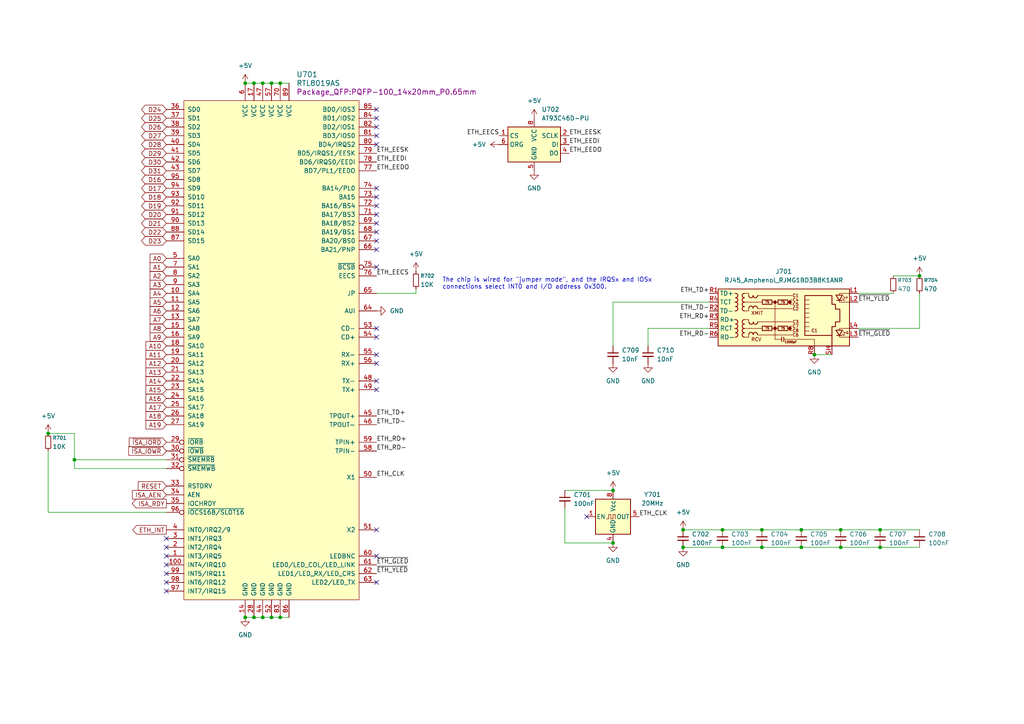
<source format=kicad_sch>
(kicad_sch (version 20250114) (generator "eeschema") (generator_version "9.0")
  (paper "A4")
  (lib_symbols
    (symbol "Connector:RJ45_Amphenol_RJMG1BD3B8K1ANR"
      (property "Reference" "J" (at 18.415 10.16 0))
      (property "Value" "RJ45_Amphenol_RJMG1BD3B8K1ANR" (at -19.05 10.16 0))
      (symbol "RJ45_Amphenol_RJMG1BD3B8K1ANR_0_0"
        (circle (center -1.27 5.08) (radius 0.0001) (stroke (width 0.508)))
        (polyline (pts (xy -1.27 5.08) (xy -1.27 -5.715)))
        (circle (center -1.27 -2.54) (radius 0.0001) (stroke (width 0.508)))
        (polyline (pts (xy 0.635 -5.08) (xy 0.635 -6.35)) (stroke (width 0.254)))
        (polyline (pts (xy 1.27 -5.08) (xy 1.27 -6.35)) (stroke (width 0.254)))
        (polyline (pts (xy 3.048 5.08) (xy 2.54 5.08)))
        (circle (center 3.048 5.08) (radius 0.0001) (stroke (width 0.508)))
        (polyline (pts (xy 3.048 -2.54) (xy 2.54 -2.54)))
        (circle (center 3.048 -2.54) (radius 0.0001) (stroke (width 0.508)))
        (polyline (pts (xy 3.683 5.715) (xy 3.048 5.715) (xy 3.048 4.445) (xy 3.683 4.445)))
        (polyline (pts (xy 3.683 -1.905) (xy 3.048 -1.905) (xy 3.048 -3.175) (xy 3.683 -3.175)))
        (polyline (pts (xy 17.399 7.112) (xy 17.399 7.62) (xy 20.32 7.62)))
        (polyline (pts (xy 17.399 -3.048) (xy 17.399 -2.54) (xy 20.32 -2.54)))
        (polyline (pts (xy 20.32 5.08) (xy 17.399 5.08) (xy 17.399 5.588)))
        (polyline (pts (xy 20.32 -5.08) (xy 17.399 -5.08) (xy 17.399 -4.572)))
        (text "XMIT" (at -8.255 1.905 0) (effects (font (size 1.016 1.016)) (justify left)))
        (text "RCV" (at -8.255 -5.715 0) (effects (font (size 1.016 1.016)) (justify left)))
        (text "C1" (at 4.699 6.985 0) (effects (font (size 0.889 0.889))))
        (text "C4" (at 4.699 5.715 0) (effects (font (size 0.889 0.889))))
        (text "C5" (at 4.699 4.445 0) (effects (font (size 0.889 0.889))))
        (text "C2" (at 4.699 3.175 0) (effects (font (size 0.889 0.889))))
        (text "C3" (at 4.699 -0.635 0) (effects (font (size 0.889 0.889))))
        (text "C7" (at 4.699 -1.905 0) (effects (font (size 0.889 0.889))))
        (text "C8" (at 4.699 -3.175 0) (effects (font (size 0.889 0.889))))
        (text "C6" (at 4.699 -4.445 0) (effects (font (size 0.889 0.889))))
        (text "C1" (at 10.16 -3.175 0) (effects (font (size 0.889 0.889))))
      )
      (symbol "RJ45_Amphenol_RJMG1BD3B8K1ANR_0_1"
        (rectangle (start -17.78 8.89) (end 20.32 -7.62) (stroke (width 0.254)) (fill (type background)))
        (polyline (pts (xy -12.7 7.62) (xy -13.081 7.62)))
        (polyline (pts (xy -12.7 5.08) (xy -13.081 5.08)))
        (polyline (pts (xy -12.7 2.54) (xy -13.081 2.54)))
        (polyline (pts (xy -12.7 0) (xy -13.081 0)))
        (polyline (pts (xy -12.7 -2.54) (xy -13.081 -2.54)))
        (polyline (pts (xy -12.7 -5.08) (xy -13.081 -5.08)))
        (polyline (pts (xy -10.16 7.62) (xy -8.89 7.62) (xy -8.89 6.985)))
        (polyline (pts (xy -10.16 0) (xy -8.89 0) (xy -8.89 -0.635)))
        (polyline (pts (xy -8.89 3.175) (xy -8.89 2.54) (xy -10.16 2.54)))
        (polyline (pts (xy -8.89 -4.445) (xy -8.89 -5.08) (xy -10.16 -5.08)))
        (polyline (pts (xy -6.35 6.985) (xy 3.683 6.985)))
        (polyline (pts (xy -6.35 3.175) (xy 3.683 3.175)))
        (polyline (pts (xy -6.35 -4.445) (xy 3.683 -4.445)))
        (polyline (pts (xy -6.223 -0.635) (xy 3.683 -0.635)))
        (polyline (pts (xy -5.08 -2.54) (xy -10.16 -2.54)))
        (polyline (pts (xy -4.953 5.08) (xy -10.16 5.08)))
        (polyline (pts (xy -2.159 5.08) (xy -0.381 5.08)))
        (polyline (pts (xy -2.159 -2.54) (xy -0.381 -2.54)))
        (polyline (pts (xy 0.635 -5.715) (xy -1.27 -5.715)))
        (polyline (pts (xy 7.366 3.175) (xy 8.636 3.175)))
        (polyline (pts (xy 7.366 1.905) (xy 8.636 1.905)))
        (polyline (pts (xy 7.366 0.635) (xy 8.636 0.635)))
        (polyline (pts (xy 7.366 -0.762) (xy 8.636 -0.762)))
        (polyline (pts (xy 7.366 -2.032) (xy 8.636 -2.032)))
        (polyline (pts (xy 8.636 5.715) (xy 7.366 5.715)))
        (polyline (pts (xy 8.636 4.445) (xy 7.366 4.445)))
        (polyline (pts (xy 8.636 -3.302) (xy 7.366 -3.302)))
        (polyline (pts (xy 10.16 -5.715) (xy 1.27 -5.715)))
        (polyline (pts (xy 10.16 -5.715) (xy 10.16 -7.62)))
      )
      (symbol "RJ45_Amphenol_RJMG1BD3B8K1ANR_1_0"
        (text "1000pF" (at 3.302 -6.477 0) (effects (font (size 0.635 0.635))))
      )
      (symbol "RJ45_Amphenol_RJMG1BD3B8K1ANR_1_1"
        (arc (start -12.7 0) (mid -12.0677 -0.635) (end -12.7 -1.27) (stroke (width 0.254)))
        (arc (start -12.6973 7.62) (mid -12.065 6.985) (end -12.6973 6.35) (stroke (width 0.254)))
        (arc (start -12.6973 -1.27) (mid -12.065 -1.905) (end -12.6973 -2.54) (stroke (width 0.254)))
        (arc (start -12.6973 -2.54) (mid -12.065 -3.175) (end -12.6973 -3.81) (stroke (width 0.254)))
        (arc (start -12.6973 -3.81) (mid -12.065 -4.445) (end -12.6973 -5.08) (stroke (width 0.254)))
        (arc (start -12.6946 6.35) (mid -12.0623 5.715) (end -12.6946 5.08) (stroke (width 0.254)))
        (arc (start -12.6946 5.08) (mid -12.0623 4.445) (end -12.6946 3.81) (stroke (width 0.254)))
        (arc (start -12.6946 3.81) (mid -12.0623 3.175) (end -12.6946 2.54) (stroke (width 0.254)))
        (arc (start -10.1654 6.35) (mid -10.7977 6.985) (end -10.1654 7.62) (stroke (width 0.254)))
        (arc (start -10.1654 5.08) (mid -10.7977 5.715) (end -10.1654 6.35) (stroke (width 0.254)))
        (arc (start -10.1654 3.81) (mid -10.7977 4.445) (end -10.1654 5.08) (stroke (width 0.254)))
        (arc (start -10.1654 -1.27) (mid -10.7977 -0.635) (end -10.1654 0) (stroke (width 0.254)))
        (arc (start -10.1654 -2.54) (mid -10.7977 -1.905) (end -10.1654 -1.27) (stroke (width 0.254)))
        (arc (start -10.1654 -3.81) (mid -10.7977 -3.175) (end -10.1654 -2.54) (stroke (width 0.254)))
        (arc (start -10.1627 2.54) (mid -10.795 3.175) (end -10.1627 3.81) (stroke (width 0.254)))
        (arc (start -10.1627 -5.08) (mid -10.795 -4.445) (end -10.1627 -3.81) (stroke (width 0.254)))
        (arc (start -7.62 6.9823) (mid -8.255 6.35) (end -8.89 6.9823) (stroke (width 0.254)))
        (arc (start -8.89 3.3047) (mid -8.255 3.937) (end -7.62 3.3047) (stroke (width 0.254)))
        (arc (start -8.89 -4.3153) (mid -8.255 -3.683) (end -7.62 -4.3153) (stroke (width 0.254)))
        (arc (start -7.5565 -0.7012) (mid -8.1915 -1.3335) (end -8.8265 -0.7012) (stroke (width 0.254)))
        (arc (start -6.35 6.985) (mid -6.985 6.3527) (end -7.62 6.985) (stroke (width 0.254)))
        (arc (start -7.62 3.3074) (mid -6.985 3.9397) (end -6.35 3.3074) (stroke (width 0.254)))
        (arc (start -7.62 -4.3126) (mid -6.985 -3.6803) (end -6.35 -4.3126) (stroke (width 0.254)))
        (arc (start -6.2865 -0.6985) (mid -6.9215 -1.3308) (end -7.5565 -0.6985) (stroke (width 0.254)))
        (rectangle (start -4.953 5.715) (end -2.159 4.445) (stroke (width 0.254)))
        (rectangle (start -4.953 -1.905) (end -2.159 -3.175) (stroke (width 0.254)))
        (rectangle (start -0.381 5.715) (end 2.413 4.445) (stroke (width 0.254)))
        (rectangle (start -0.381 -1.905) (end 2.413 -3.175) (stroke (width 0.254)))
        (polyline (pts (xy 7.366 -4.572) (xy 7.366 6.985) (xy 15.24 6.985) (xy 15.24 4.445) (xy 16.256 4.445) (xy 16.256 3.048) (xy 17.526 3.048) (xy 17.526 -0.635) (xy 16.256 -0.635) (xy 16.256 -2.032) (xy 15.24 -2.032) (xy 15.24 -4.572) (xy 7.366 -4.572)) (stroke (width 0.254)))
        (polyline (pts (xy 15.24 -7.62) (xy 15.24 -4.572)) (stroke (width 0.254)))
        (polyline (pts (xy 18.161 5.588) (xy 16.637 5.588)) (stroke (width 0.254)))
        (polyline (pts (xy 18.161 -4.572) (xy 16.637 -4.572)) (stroke (width 0.254)))
        (polyline (pts (xy 18.288 7.112) (xy 16.383 7.112) (xy 17.399 5.588) (xy 18.288 7.112)) (stroke (width 0.254)))
        (polyline (pts (xy 18.288 6.096) (xy 18.796 5.588) (xy 18.542 5.588)))
        (polyline (pts (xy 18.288 -3.048) (xy 16.383 -3.048) (xy 17.399 -4.572) (xy 18.288 -3.048)) (stroke (width 0.254)))
        (polyline (pts (xy 18.288 -4.064) (xy 18.796 -4.572) (xy 18.542 -4.572)))
        (polyline (pts (xy 18.542 6.731) (xy 19.05 6.223) (xy 18.796 6.223)))
        (polyline (pts (xy 18.542 -3.429) (xy 19.05 -3.937) (xy 18.796 -3.937)))
        (polyline (pts (xy 18.796 5.588) (xy 18.796 5.842)))
        (polyline (pts (xy 18.796 -4.572) (xy 18.796 -4.318)))
        (polyline (pts (xy 19.05 6.223) (xy 19.05 6.477)))
        (polyline (pts (xy 19.05 -3.937) (xy 19.05 -3.683)))
        (text "75" (at -3.556 5.08 0) (effects (font (size 0.635 0.635))))
        (text "75" (at -3.556 -2.54 0) (effects (font (size 0.635 0.635))))
        (text "75" (at 1.016 5.08 0) (effects (font (size 0.635 0.635))))
        (text "75" (at 1.016 -2.54 0) (effects (font (size 0.635 0.635))))
        (text "Y" (at 19.558 6.35 0) (effects (font (size 0.635 0.635))))
        (text "G" (at 19.685 -3.81 0) (effects (font (size 0.635 0.635))))
        (pin passive line (at -20.32 7.62 0) (length 2.54) (name "TD+") (number "R1"))
        (pin passive line (at -20.32 5.08 0) (length 2.54) (name "TCT") (number "R4"))
        (pin passive line (at -20.32 2.54 0) (length 2.54) (name "TD-") (number "R2"))
        (pin passive line (at -20.32 0 0) (length 2.54) (name "RD+") (number "R3"))
        (pin passive line (at -20.32 -2.54 0) (length 2.54) (name "RCT") (number "R5"))
        (pin passive line (at -20.32 -5.08 0) (length 2.54) (name "RD-") (number "R6"))
        (pin power_in line (at 10.16 -10.16 90) (length 2.54) (name "") (number "R8"))
        (pin passive line (at 15.24 -10.16 90) (length 2.54) (name "") (number "SH"))
        (pin no_connect line (at 20.32 0 0) (length 0) (hide yes) (name "NC") (number "R7"))
        (pin passive line (at 22.86 7.62 180) (length 2.54) (name "") (number "L1"))
        (pin passive line (at 22.86 5.08 180) (length 2.54) (name "") (number "L2"))
        (pin passive line (at 22.86 -2.54 180) (length 2.54) (name "") (number "L4"))
        (pin passive line (at 22.86 -5.08 180) (length 2.54) (name "") (number "L3"))
      )
    )
    (symbol "Device:C_Small" (pin_numbers (hide yes)) (pin_names (offset 0.254) (hide yes))
      (property "Reference" "C" (at 0.254 1.778 0))
      (property "Value" "C_Small" (at 0.254 -2.032 0))
      (symbol "C_Small_0_1"
        (polyline (pts (xy -1.524 0.508) (xy 1.524 0.508)) (stroke (width 0.3048)))
        (polyline (pts (xy -1.524 -0.508) (xy 1.524 -0.508)) (stroke (width 0.3302)))
      )
      (symbol "C_Small_1_1"
        (pin passive line (at 0 2.54 270) (length 2.032) (name "~") (number "1"))
        (pin passive line (at 0 -2.54 90) (length 2.032) (name "~") (number "2"))
      )
    )
    (symbol "Device:R_Small" (pin_numbers (hide yes)) (pin_names (offset 0.254) (hide yes))
      (property "Reference" "R" (at 0 0 90))
      (property "Value" "R_Small" (at 1.778 0 90))
      (symbol "R_Small_0_1"
        (rectangle (start -0.762 1.778) (end 0.762 -1.778) (stroke (width 0.2032)))
      )
      (symbol "R_Small_1_1"
        (pin passive line (at 0 2.54 270) (length 0.762) (name "~") (number "1"))
        (pin passive line (at 0 -2.54 90) (length 0.762) (name "~") (number "2"))
      )
    )
    (symbol "Memory_EEPROM:93CxxC"
      (property "Reference" "U" (at -7.62 6.35 0))
      (property "Value" "93CxxC" (at 2.54 -6.35 0))
      (symbol "93CxxC_1_1"
        (rectangle (start -7.62 5.08) (end 7.62 -5.08) (stroke (width 0.254)) (fill (type background)))
        (pin input line (at -10.16 2.54 0) (length 2.54) (name "CS") (number "1"))
        (pin input line (at -10.16 0 0) (length 2.54) (name "ORG") (number "6"))
        (pin no_connect line (at -7.62 -2.54 0) (length 2.54) (hide yes) (name "NC") (number "7"))
        (pin power_in line (at 0 7.62 270) (length 2.54) (name "VCC") (number "8"))
        (pin power_in line (at 0 -7.62 90) (length 2.54) (name "GND") (number "5"))
        (pin input line (at 10.16 2.54 180) (length 2.54) (name "SCLK") (number "2"))
        (pin input line (at 10.16 0 180) (length 2.54) (name "DI") (number "3"))
        (pin tri_state line (at 10.16 -2.54 180) (length 2.54) (name "DO") (number "4"))
      )
    )
    (symbol "Oscillator:CXO_DIP8" (pin_names (offset 0.254))
      (property "Reference" "Y" (at -5.08 6.35 0))
      (property "Value" "CXO_DIP8" (at 1.27 -6.35 0))
      (symbol "CXO_DIP8_0_1"
        (rectangle (start -5.08 5.08) (end 5.08 -5.08) (stroke (width 0.254)) (fill (type background)))
        (polyline (pts (xy -1.905 -0.635) (xy -1.27 -0.635) (xy -1.27 0.635) (xy -0.635 0.635) (xy -0.635 -0.635) (xy 0 -0.635) (xy 0 0.635) (xy 0.635 0.635) (xy 0.635 -0.635)))
      )
      (symbol "CXO_DIP8_1_1"
        (pin input line (at -7.62 0 0) (length 2.54) (name "EN") (number "1"))
        (pin power_in line (at 0 7.62 270) (length 2.54) (name "Vcc") (number "8"))
        (pin power_in line (at 0 -7.62 90) (length 2.54) (name "GND") (number "4"))
        (pin output line (at 7.62 0 180) (length 2.54) (name "OUT") (number "5"))
      )
    )
    (symbol "jrt-ICs:RTL8019AS" (pin_names (offset 1.016))
      (property "Reference" "U" (at -25.4 73.66 0))
      (property "Value" "RTL8019AS" (at 10.922 75.946 0))
      (property "Footprint" "Package_QFP:PQFP-100_14x20mm_P0.65mm" (at 0 13.97 0))
      (symbol "RTL8019AS_0_1"
        (rectangle (start -25.4 72.39) (end 25.4 -72.39) (fill (type background)))
      )
      (symbol "RTL8019AS_1_1"
        (pin bidirectional line (at -30.48 69.85 0) (length 5.08) (name "SD0") (number "36"))
        (pin bidirectional line (at -30.48 67.31 0) (length 5.08) (name "SD1") (number "37"))
        (pin bidirectional line (at -30.48 64.77 0) (length 5.08) (name "SD2") (number "38"))
        (pin bidirectional line (at -30.48 62.23 0) (length 5.08) (name "SD3") (number "39"))
        (pin bidirectional line (at -30.48 59.69 0) (length 5.08) (name "SD4") (number "40"))
        (pin bidirectional line (at -30.48 57.15 0) (length 5.08) (name "SD5") (number "41"))
        (pin bidirectional line (at -30.48 54.61 0) (length 5.08) (name "SD6") (number "42"))
        (pin bidirectional line (at -30.48 52.07 0) (length 5.08) (name "SD7") (number "43"))
        (pin bidirectional line (at -30.48 49.53 0) (length 5.08) (name "SD8") (number "95"))
        (pin bidirectional line (at -30.48 46.99 0) (length 5.08) (name "SD9") (number "94"))
        (pin bidirectional line (at -30.48 44.45 0) (length 5.08) (name "SD10") (number "93"))
        (pin bidirectional line (at -30.48 41.91 0) (length 5.08) (name "SD11") (number "92"))
        (pin bidirectional line (at -30.48 39.37 0) (length 5.08) (name "SD12") (number "91"))
        (pin bidirectional line (at -30.48 36.83 0) (length 5.08) (name "SD13") (number "90"))
        (pin bidirectional line (at -30.48 34.29 0) (length 5.08) (name "SD14") (number "88"))
        (pin bidirectional line (at -30.48 31.75 0) (length 5.08) (name "SD15") (number "87"))
        (pin input line (at -30.48 26.67 0) (length 5.08) (name "SA0") (number "5"))
        (pin input line (at -30.48 24.13 0) (length 5.08) (name "SA1") (number "7"))
        (pin input line (at -30.48 21.59 0) (length 5.08) (name "SA2") (number "8"))
        (pin input line (at -30.48 19.05 0) (length 5.08) (name "SA3") (number "9"))
        (pin input line (at -30.48 16.51 0) (length 5.08) (name "SA4") (number "10"))
        (pin input line (at -30.48 13.97 0) (length 5.08) (name "SA5") (number "11"))
        (pin input line (at -30.48 11.43 0) (length 5.08) (name "SA6") (number "12"))
        (pin input line (at -30.48 8.89 0) (length 5.08) (name "SA7") (number "13"))
        (pin input line (at -30.48 6.35 0) (length 5.08) (name "SA8") (number "15"))
        (pin input line (at -30.48 3.81 0) (length 5.08) (name "SA9") (number "16"))
        (pin input line (at -30.48 1.27 0) (length 5.08) (name "SA10") (number "18"))
        (pin input line (at -30.48 -1.27 0) (length 5.08) (name "SA11") (number "19"))
        (pin input line (at -30.48 -3.81 0) (length 5.08) (name "SA12") (number "20"))
        (pin input line (at -30.48 -6.35 0) (length 5.08) (name "SA13") (number "21"))
        (pin input line (at -30.48 -8.89 0) (length 5.08) (name "SA14") (number "22"))
        (pin input line (at -30.48 -11.43 0) (length 5.08) (name "SA15") (number "23"))
        (pin input line (at -30.48 -13.97 0) (length 5.08) (name "SA16") (number "24"))
        (pin input line (at -30.48 -16.51 0) (length 5.08) (name "SA17") (number "25"))
        (pin input line (at -30.48 -19.05 0) (length 5.08) (name "SA18") (number "26"))
        (pin input line (at -30.48 -21.59 0) (length 5.08) (name "SA19") (number "27"))
        (pin input inverted (at -30.48 -26.67 0) (length 5.08) (name "~{IORB}") (number "29"))
        (pin input inverted (at -30.48 -29.21 0) (length 5.08) (name "~{IOWB}") (number "30"))
        (pin input inverted (at -30.48 -31.75 0) (length 5.08) (name "~{SMEMRB}") (number "31"))
        (pin input inverted (at -30.48 -34.29 0) (length 5.08) (name "~{SMEMWB}") (number "32"))
        (pin input line (at -30.48 -39.37 0) (length 5.08) (name "RSTDRV") (number "33"))
        (pin input line (at -30.48 -41.91 0) (length 5.08) (name "AEN") (number "34"))
        (pin open_collector line (at -30.48 -44.45 0) (length 5.08) (name "IOCHRDY") (number "35"))
        (pin open_collector inverted (at -30.48 -46.99 0) (length 5.08) (name "~{IOCS16B/SLOT16}") (number "96"))
        (pin output line (at -30.48 -52.07 0) (length 5.08) (name "INT0/IRQ2/9") (number "4"))
        (pin output line (at -30.48 -54.61 0) (length 5.08) (name "INT1/IRQ3") (number "3"))
        (pin output line (at -30.48 -57.15 0) (length 5.08) (name "INT2/IRQ4") (number "2"))
        (pin output line (at -30.48 -59.69 0) (length 5.08) (name "INT3/IRQ5") (number "1"))
        (pin output line (at -30.48 -62.23 0) (length 5.08) (name "INT4/IRQ10") (number "100"))
        (pin output line (at -30.48 -64.77 0) (length 5.08) (name "INT5/IRQ11") (number "99"))
        (pin output line (at -30.48 -67.31 0) (length 5.08) (name "INT6/IRQ12") (number "98"))
        (pin output line (at -30.48 -69.85 0) (length 5.08) (name "INT7/IRQ15") (number "97"))
        (pin power_in line (at -7.62 77.47 270) (length 5.0292) (name "VCC") (number "6"))
        (pin power_in line (at -7.62 -77.47 90) (length 5.08) (name "GND") (number "14"))
        (pin power_in line (at -5.08 77.47 270) (length 5.08) (name "VCC") (number "17"))
        (pin power_in line (at -5.08 -77.47 90) (length 5.08) (name "GND") (number "28"))
        (pin power_in line (at -2.54 77.47 270) (length 5.08) (name "VCC") (number "47"))
        (pin power_in line (at -2.54 -77.47 90) (length 5.08) (name "GND") (number "44"))
        (pin power_in line (at 0 77.47 270) (length 5.08) (name "VCC") (number "57"))
        (pin power_in line (at 0 -77.47 90) (length 5.08) (name "GND") (number "52"))
        (pin power_in line (at 2.54 77.47 270) (length 5.08) (name "VCC") (number "70"))
        (pin power_in line (at 2.54 -77.47 90) (length 5.08) (name "GND") (number "83"))
        (pin power_in line (at 5.08 77.47 270) (length 5.08) (name "VCC") (number "89"))
        (pin power_in line (at 5.08 -77.47 90) (length 5.08) (name "GND") (number "86"))
        (pin bidirectional line (at 30.48 69.85 180) (length 5.08) (name "BD0/IOS3") (number "85"))
        (pin bidirectional line (at 30.48 67.31 180) (length 5.08) (name "BD1/IOS2") (number "84"))
        (pin bidirectional line (at 30.48 64.77 180) (length 5.08) (name "BD2/IOS1") (number "82"))
        (pin bidirectional line (at 30.48 62.23 180) (length 5.08) (name "BD3/IOS0") (number "81"))
        (pin bidirectional line (at 30.48 59.69 180) (length 5.08) (name "BD4/IRQS2") (number "80"))
        (pin bidirectional line (at 30.48 57.15 180) (length 5.08) (name "BD5/IRQS1/EESK") (number "79"))
        (pin bidirectional line (at 30.48 54.61 180) (length 5.08) (name "BD6/IRQS0/EEDI") (number "78"))
        (pin bidirectional line (at 30.48 52.07 180) (length 5.08) (name "BD7/PL1/EEDO") (number "77"))
        (pin bidirectional line (at 30.48 46.99 180) (length 5.08) (name "BA14/PL0") (number "74"))
        (pin output line (at 30.48 44.45 180) (length 5.08) (name "BA15") (number "73"))
        (pin bidirectional line (at 30.48 41.91 180) (length 5.08) (name "BA16/BS4") (number "72"))
        (pin bidirectional line (at 30.48 39.37 180) (length 5.08) (name "BA17/BS3") (number "71"))
        (pin bidirectional line (at 30.48 36.83 180) (length 5.08) (name "BA18/BS2") (number "69"))
        (pin bidirectional line (at 30.48 34.29 180) (length 5.08) (name "BA19/BS1") (number "68"))
        (pin bidirectional line (at 30.48 31.75 180) (length 5.08) (name "BA20/BS0") (number "67"))
        (pin bidirectional line (at 30.48 29.21 180) (length 5.08) (name "BA21/PNP") (number "66"))
        (pin output inverted (at 30.48 24.13 180) (length 5.08) (name "~{BCSB}") (number "75"))
        (pin output line (at 30.48 21.59 180) (length 5.08) (name "EECS") (number "76"))
        (pin input line (at 30.48 16.51 180) (length 5.08) (name "JP") (number "65"))
        (pin input line (at 30.48 11.43 180) (length 5.08) (name "AUI") (number "64"))
        (pin input line (at 30.48 6.35 180) (length 5.08) (name "CD-") (number "53"))
        (pin input line (at 30.48 3.81 180) (length 5.08) (name "CD+") (number "54"))
        (pin input line (at 30.48 -1.27 180) (length 5.08) (name "RX-") (number "55"))
        (pin input line (at 30.48 -3.81 180) (length 5.08) (name "RX+") (number "56"))
        (pin output line (at 30.48 -8.89 180) (length 5.08) (name "TX-") (number "48"))
        (pin output line (at 30.48 -11.43 180) (length 5.08) (name "TX+") (number "49"))
        (pin output line (at 30.48 -19.05 180) (length 5.08) (name "TPOUT+") (number "45"))
        (pin output line (at 30.48 -21.59 180) (length 5.08) (name "TPOUT-") (number "46"))
        (pin input line (at 30.48 -26.67 180) (length 5.08) (name "TPIN+") (number "59"))
        (pin input line (at 30.48 -29.21 180) (length 5.08) (name "TPIN-") (number "58"))
        (pin input line (at 30.48 -36.83 180) (length 5.08) (name "X1") (number "50"))
        (pin output line (at 30.48 -52.07 180) (length 5.08) (name "X2") (number "51"))
        (pin output line (at 30.48 -59.69 180) (length 5.08) (name "LEDBNC") (number "60"))
        (pin output line (at 30.48 -62.23 180) (length 5.08) (name "LED0/LED_COL/LED_LINK") (number "61"))
        (pin output line (at 30.48 -64.77 180) (length 5.08) (name "LED1/LED_RX/LED_CRS") (number "62"))
        (pin output line (at 30.48 -67.31 180) (length 5.08) (name "LED2/LED_TX") (number "63"))
      )
    )
    (symbol "power:+5V" (power) (pin_numbers (hide yes)) (pin_names (offset 0) (hide yes))
      (property "Value" "+5V" (at 0 3.556 0))
      (symbol "+5V_0_1"
        (polyline (pts (xy -0.762 1.27) (xy 0 2.54)))
        (polyline (pts (xy 0 2.54) (xy 0.762 1.27)))
        (polyline (pts (xy 0 0) (xy 0 2.54)))
      )
      (symbol "+5V_1_1"
        (pin power_in line (at 0 0 90) (length 0) (name "~") (number "1"))
      )
    )
    (symbol "power:GND" (power) (pin_numbers (hide yes)) (pin_names (offset 0) (hide yes))
      (property "Value" "GND" (at 0 -3.81 0))
      (symbol "GND_0_1"
        (polyline (pts (xy 0 0) (xy 0 -1.27) (xy 1.27 -1.27) (xy 0 -2.54) (xy -1.27 -1.27) (xy 0 -1.27)))
      )
      (symbol "GND_1_1"
        (pin power_in line (at 0 0 270) (length 0) (name "~") (number "1"))
      )
    )
  )
  (text "The chip is wired for \"jumper mode\", and the IRQSx and IOSx\nconnections select INT0 and I/O address 0x300." (at 128.27 82.296 0) (effects (font (size 1.27 1.27)) (justify left)))
  (junction (at 177.8 142.24))
  (junction (at 266.7 80.01))
  (junction (at 209.55 158.75))
  (junction (at 73.66 24.13))
  (junction (at 243.84 158.75))
  (junction (at 81.28 179.07))
  (junction (at 198.12 158.75))
  (junction (at 255.27 158.75))
  (junction (at 232.41 158.75))
  (junction (at 81.28 24.13))
  (junction (at 21.59 133.35))
  (junction (at 13.97 125.73))
  (junction (at 76.2 24.13))
  (junction (at 71.12 179.07))
  (junction (at 198.12 153.67))
  (junction (at 243.84 153.67))
  (junction (at 232.41 153.67))
  (junction (at 177.8 157.48))
  (junction (at 220.98 153.67))
  (junction (at 255.27 153.67))
  (junction (at 220.98 158.75))
  (junction (at 236.22 102.87))
  (junction (at 209.55 153.67))
  (junction (at 73.66 179.07))
  (junction (at 76.2 179.07))
  (junction (at 71.12 24.13))
  (junction (at 78.74 24.13))
  (junction (at 78.74 179.07))
  (no_connect (at 109.22 34.29))
  (no_connect (at 109.22 105.41))
  (no_connect (at 48.26 168.91))
  (no_connect (at 109.22 69.85))
  (no_connect (at 109.22 110.49))
  (no_connect (at 48.26 163.83))
  (no_connect (at 48.26 156.21))
  (no_connect (at 109.22 95.25))
  (no_connect (at 109.22 36.83))
  (no_connect (at 109.22 168.91))
  (no_connect (at 109.22 72.39))
  (no_connect (at 170.18 149.86))
  (no_connect (at 109.22 59.69))
  (no_connect (at 109.22 31.75))
  (no_connect (at 109.22 161.29))
  (no_connect (at 109.22 41.91))
  (no_connect (at 109.22 153.67))
  (no_connect (at 109.22 57.15))
  (no_connect (at 109.22 39.37))
  (no_connect (at 109.22 62.23))
  (no_connect (at 109.22 102.87))
  (no_connect (at 109.22 97.79))
  (no_connect (at 48.26 161.29))
  (no_connect (at 48.26 166.37))
  (no_connect (at 48.26 158.75))
  (no_connect (at 109.22 67.31))
  (no_connect (at 109.22 64.77))
  (no_connect (at 48.26 171.45))
  (no_connect (at 109.22 54.61))
  (no_connect (at 109.22 113.03))
  (no_connect (at 109.22 77.47))
  (wire (pts (xy 76.2 179.07) (xy 78.74 179.07)))
  (wire (pts (xy 209.55 158.75) (xy 220.98 158.75)))
  (wire (pts (xy 255.27 158.75) (xy 266.7 158.75)))
  (wire (pts (xy 21.59 133.35) (xy 48.26 133.35)))
  (wire (pts (xy 163.83 142.24) (xy 177.8 142.24)))
  (wire (pts (xy 259.08 80.01) (xy 266.7 80.01)))
  (wire (pts (xy 71.12 179.07) (xy 73.66 179.07)))
  (wire (pts (xy 243.84 158.75) (xy 255.27 158.75)))
  (wire (pts (xy 13.97 148.59) (xy 13.97 130.81)))
  (wire (pts (xy 73.66 179.07) (xy 76.2 179.07)))
  (wire (pts (xy 78.74 24.13) (xy 81.28 24.13)))
  (wire (pts (xy 205.74 87.63) (xy 177.8 87.63)))
  (wire (pts (xy 81.28 24.13) (xy 83.82 24.13)))
  (wire (pts (xy 248.92 85.09) (xy 259.08 85.09)))
  (wire (pts (xy 73.66 24.13) (xy 76.2 24.13)))
  (wire (pts (xy 21.59 133.35) (xy 21.59 135.89)))
  (wire (pts (xy 198.12 158.75) (xy 209.55 158.75)))
  (wire (pts (xy 21.59 125.73) (xy 21.59 133.35)))
  (wire (pts (xy 209.55 153.67) (xy 220.98 153.67)))
  (wire (pts (xy 255.27 153.67) (xy 266.7 153.67)))
  (wire (pts (xy 71.12 24.13) (xy 73.66 24.13)))
  (wire (pts (xy 232.41 153.67) (xy 243.84 153.67)))
  (wire (pts (xy 220.98 158.75) (xy 232.41 158.75)))
  (wire (pts (xy 236.22 102.87) (xy 241.3 102.87)))
  (wire (pts (xy 220.98 153.67) (xy 232.41 153.67)))
  (wire (pts (xy 76.2 24.13) (xy 78.74 24.13)))
  (wire (pts (xy 13.97 125.73) (xy 21.59 125.73)))
  (wire (pts (xy 187.96 95.25) (xy 187.96 100.33)))
  (wire (pts (xy 232.41 158.75) (xy 243.84 158.75)))
  (wire (pts (xy 78.74 179.07) (xy 81.28 179.07)))
  (wire (pts (xy 205.74 95.25) (xy 187.96 95.25)))
  (wire (pts (xy 109.22 85.09) (xy 120.65 85.09)))
  (wire (pts (xy 198.12 153.67) (xy 209.55 153.67)))
  (wire (pts (xy 163.83 157.48) (xy 177.8 157.48)))
  (wire (pts (xy 248.92 95.25) (xy 266.7 95.25)))
  (wire (pts (xy 120.65 85.09) (xy 120.65 83.82)))
  (wire (pts (xy 266.7 95.25) (xy 266.7 85.09)))
  (wire (pts (xy 48.26 148.59) (xy 13.97 148.59)))
  (wire (pts (xy 163.83 147.32) (xy 163.83 157.48)))
  (wire (pts (xy 48.26 135.89) (xy 21.59 135.89)))
  (wire (pts (xy 81.28 179.07) (xy 83.82 179.07)))
  (wire (pts (xy 177.8 87.63) (xy 177.8 100.33)))
  (wire (pts (xy 243.84 153.67) (xy 255.27 153.67)))
  (label "ETH_RD+" (at 205.74 92.71 180))
  (label "ETH_RD-" (at 205.74 97.79 180))
  (label "ETH_EESK" (at 109.22 44.45 0))
  (label "ETH_TD+" (at 109.22 120.65 0))
  (label "~{ETH_GLED}" (at 248.92 97.79 0))
  (label "ETH_CLK" (at 109.22 138.43 0))
  (label "ETH_TD-" (at 109.22 123.19 0))
  (label "ETH_EECS" (at 144.78 39.37 180))
  (label "ETH_CLK" (at 185.42 149.86 0))
  (label "ETH_TD-" (at 205.74 90.17 180))
  (label "ETH_EEDI" (at 165.1 41.91 0))
  (label "ETH_EEDO" (at 109.22 49.53 0))
  (label "ETH_TD+" (at 205.74 85.09 180))
  (label "ETH_EECS" (at 109.22 80.01 0))
  (label "ETH_EESK" (at 165.1 39.37 0))
  (label "ETH_RD-" (at 109.22 130.81 0))
  (label "ETH_EEDO" (at 165.1 44.45 0))
  (label "~{ETH_YLED}" (at 109.22 166.37 0))
  (label "ETH_RD+" (at 109.22 128.27 0))
  (label "~{ETH_YLED}" (at 248.92 87.63 0))
  (label "ETH_EEDI" (at 109.22 46.99 0))
  (label "~{ETH_GLED}" (at 109.22 163.83 0))
  (global_label "A2" (shape input) (at 48.26 80.01 180) (property "Intersheetrefs" "${INTERSHEET_REFS}" (effects (hide yes))))
  (global_label "D17" (shape bidirectional) (at 48.26 54.61 180) (property "Intersheetrefs" "${INTERSHEET_REFS}" (effects (hide yes))))
  (global_label "~{ISA_IORD}" (shape input) (at 48.26 128.27 180) (property "Intersheetrefs" "${INTERSHEET_REFS}" (effects (hide yes))))
  (global_label "ISA_RDY" (shape output) (at 48.26 146.05 180) (property "Intersheetrefs" "${INTERSHEET_REFS}" (effects (hide yes))))
  (global_label "A1" (shape input) (at 48.26 77.47 180) (property "Intersheetrefs" "${INTERSHEET_REFS}" (effects (hide yes))))
  (global_label "D30" (shape bidirectional) (at 48.26 46.99 180) (property "Intersheetrefs" "${INTERSHEET_REFS}" (effects (hide yes))))
  (global_label "A15" (shape input) (at 48.26 113.03 180) (property "Intersheetrefs" "${INTERSHEET_REFS}" (effects (hide yes))))
  (global_label "D16" (shape bidirectional) (at 48.26 52.07 180) (property "Intersheetrefs" "${INTERSHEET_REFS}" (effects (hide yes))))
  (global_label "A6" (shape input) (at 48.26 90.17 180) (property "Intersheetrefs" "${INTERSHEET_REFS}" (effects (hide yes))))
  (global_label "A13" (shape input) (at 48.26 107.95 180) (property "Intersheetrefs" "${INTERSHEET_REFS}" (effects (hide yes))))
  (global_label "A4" (shape input) (at 48.26 85.09 180) (property "Intersheetrefs" "${INTERSHEET_REFS}" (effects (hide yes))))
  (global_label "A12" (shape input) (at 48.26 105.41 180) (property "Intersheetrefs" "${INTERSHEET_REFS}" (effects (hide yes))))
  (global_label "A3" (shape input) (at 48.26 82.55 180) (property "Intersheetrefs" "${INTERSHEET_REFS}" (effects (hide yes))))
  (global_label "A7" (shape input) (at 48.26 92.71 180) (property "Intersheetrefs" "${INTERSHEET_REFS}" (effects (hide yes))))
  (global_label "D26" (shape bidirectional) (at 48.26 36.83 180) (property "Intersheetrefs" "${INTERSHEET_REFS}" (effects (hide yes))))
  (global_label "A18" (shape input) (at 48.26 120.65 180) (property "Intersheetrefs" "${INTERSHEET_REFS}" (effects (hide yes))))
  (global_label "A17" (shape input) (at 48.26 118.11 180) (property "Intersheetrefs" "${INTERSHEET_REFS}" (effects (hide yes))))
  (global_label "A10" (shape input) (at 48.26 100.33 180) (property "Intersheetrefs" "${INTERSHEET_REFS}" (effects (hide yes))))
  (global_label "ETH_INT" (shape output) (at 48.26 153.67 180) (property "Intersheetrefs" "${INTERSHEET_REFS}" (effects (hide yes))))
  (global_label "D20" (shape bidirectional) (at 48.26 62.23 180) (property "Intersheetrefs" "${INTERSHEET_REFS}" (effects (hide yes))))
  (global_label "A8" (shape input) (at 48.26 95.25 180) (property "Intersheetrefs" "${INTERSHEET_REFS}" (effects (hide yes))))
  (global_label "A16" (shape input) (at 48.26 115.57 180) (property "Intersheetrefs" "${INTERSHEET_REFS}" (effects (hide yes))))
  (global_label "A19" (shape input) (at 48.26 123.19 180) (property "Intersheetrefs" "${INTERSHEET_REFS}" (effects (hide yes))))
  (global_label "D28" (shape bidirectional) (at 48.26 41.91 180) (property "Intersheetrefs" "${INTERSHEET_REFS}" (effects (hide yes))))
  (global_label "A5" (shape input) (at 48.26 87.63 180) (property "Intersheetrefs" "${INTERSHEET_REFS}" (effects (hide yes))))
  (global_label "D24" (shape bidirectional) (at 48.26 31.75 180) (property "Intersheetrefs" "${INTERSHEET_REFS}" (effects (hide yes))))
  (global_label "A11" (shape input) (at 48.26 102.87 180) (property "Intersheetrefs" "${INTERSHEET_REFS}" (effects (hide yes))))
  (global_label "A9" (shape input) (at 48.26 97.79 180) (property "Intersheetrefs" "${INTERSHEET_REFS}" (effects (hide yes))))
  (global_label "D29" (shape bidirectional) (at 48.26 44.45 180) (property "Intersheetrefs" "${INTERSHEET_REFS}" (effects (hide yes))))
  (global_label "~{ISA_IOWR}" (shape input) (at 48.26 130.81 180) (property "Intersheetrefs" "${INTERSHEET_REFS}" (effects (hide yes))))
  (global_label "D19" (shape bidirectional) (at 48.26 59.69 180) (property "Intersheetrefs" "${INTERSHEET_REFS}" (effects (hide yes))))
  (global_label "D21" (shape bidirectional) (at 48.26 64.77 180) (property "Intersheetrefs" "${INTERSHEET_REFS}" (effects (hide yes))))
  (global_label "D25" (shape bidirectional) (at 48.26 34.29 180) (property "Intersheetrefs" "${INTERSHEET_REFS}" (effects (hide yes))))
  (global_label "RESET" (shape input) (at 48.26 140.97 180) (property "Intersheetrefs" "${INTERSHEET_REFS}" (effects (hide yes))))
  (global_label "ISA_AEN" (shape input) (at 48.26 143.51 180) (property "Intersheetrefs" "${INTERSHEET_REFS}" (effects (hide yes))))
  (global_label "A14" (shape input) (at 48.26 110.49 180) (property "Intersheetrefs" "${INTERSHEET_REFS}" (effects (hide yes))))
  (global_label "A0" (shape input) (at 48.26 74.93 180) (property "Intersheetrefs" "${INTERSHEET_REFS}" (effects (hide yes))))
  (global_label "D27" (shape bidirectional) (at 48.26 39.37 180) (property "Intersheetrefs" "${INTERSHEET_REFS}" (effects (hide yes))))
  (global_label "D22" (shape bidirectional) (at 48.26 67.31 180) (property "Intersheetrefs" "${INTERSHEET_REFS}" (effects (hide yes))))
  (global_label "D31" (shape bidirectional) (at 48.26 49.53 180) (property "Intersheetrefs" "${INTERSHEET_REFS}" (effects (hide yes))))
  (global_label "D23" (shape bidirectional) (at 48.26 69.85 180) (property "Intersheetrefs" "${INTERSHEET_REFS}" (effects (hide yes))))
  (global_label "D18" (shape bidirectional) (at 48.26 57.15 180) (property "Intersheetrefs" "${INTERSHEET_REFS}" (effects (hide yes))))
  (symbol (lib_id "power:GND") (at 177.8 105.41 0) (unit 1)
    (property "Reference" "#PWR0713" (effects (hide yes)))
    (property "Value" "GND" (at 177.8 110.49 0))
    (property "Description" "Power symbol creates a global label with name \"GND\" , ground" (effects (hide yes)))
  )
  (symbol (lib_id "power:+5V") (at 144.78 41.91 90) (unit 1)
    (property "Reference" "#PWR0705" (effects (hide yes)))
    (property "Value" "+5V" (at 140.97 41.9099 90) (effects (justify left)))
    (property "Description" "Power symbol creates a global label with name \"+5V\"" (effects (hide yes)))
  )
  (symbol (lib_id "Device:R_Small") (at 120.65 81.28 0) (unit 1)
    (property "Reference" "R702" (at 121.92 80.01 0) (effects (font (size 1.016 1.016)) (justify left)))
    (property "Value" "10K" (at 121.92 82.55 0) (effects (justify left)))
    (property "Footprint" "Resistor_SMD:R_0805_2012Metric" (effects (hide yes)))
    (property "Description" "Resistor, small symbol" (effects (hide yes)))
  )
  (symbol (lib_id "power:GND") (at 198.12 158.75 0) (unit 1)
    (property "Reference" "#PWR0711" (effects (hide yes)))
    (property "Value" "GND" (at 198.12 163.83 0))
    (property "Description" "Power symbol creates a global label with name \"GND\" , ground" (effects (hide yes)))
  )
  (symbol (lib_id "Connector:RJ45_Amphenol_RJMG1BD3B8K1ANR") (at 226.06 92.71 0) (unit 1)
    (property "Reference" "J701" (at 227.33 78.74 0))
    (property "Value" "RJ45_Amphenol_RJMG1BD3B8K1ANR" (at 227.33 81.28 0))
    (property "Footprint" "Connector_RJ:RJ45_Amphenol_RJMG1BD3B8K1ANR" (effects (hide yes)))
    (property "Datasheet" "https://www.amphenol-cs.com/media/wysiwyg/files/drawing/rjmg1bd3b8k1anr.pdf" (effects (hide yes)))
    (property "Description" "1 Port RJ45 Magjack Connector Through Hole 10/100 Base-T, AutoMDIX" (effects (hide yes)))
  )
  (symbol (lib_id "Device:C_Small") (at 187.96 102.87 0) (unit 1)
    (property "Reference" "C710" (at 190.5 101.6062 0) (effects (justify left)))
    (property "Value" "10nF" (at 190.5 104.1462 0) (effects (justify left)))
    (property "Footprint" "Capacitor_SMD:C_0805_2012Metric" (effects (hide yes)))
    (property "Description" "Unpolarized capacitor, small symbol" (effects (hide yes)))
  )
  (symbol (lib_id "power:GND") (at 109.22 90.17 90) (unit 1)
    (property "Reference" "#PWR0707" (effects (hide yes)))
    (property "Value" "GND" (at 113.03 90.1699 90) (effects (justify right)))
    (property "Description" "Power symbol creates a global label with name \"GND\" , ground" (effects (hide yes)))
  )
  (symbol (lib_id "Device:C_Small") (at 209.55 156.21 0) (unit 1)
    (property "Reference" "C703" (at 212.09 154.9462 0) (effects (justify left)))
    (property "Value" "100nF" (at 212.09 157.4862 0) (effects (justify left)))
    (property "Footprint" "Capacitor_SMD:C_0805_2012Metric" (effects (hide yes)))
    (property "Description" "Unpolarized capacitor, small symbol" (effects (hide yes)))
  )
  (symbol (lib_id "power:GND") (at 71.12 179.07 0) (unit 1)
    (property "Reference" "#PWR0701" (effects (hide yes)))
    (property "Value" "GND" (at 71.12 184.15 0))
    (property "Description" "Power symbol creates a global label with name \"GND\" , ground" (effects (hide yes)))
  )
  (symbol (lib_id "power:+5V") (at 120.65 78.74 0) (unit 1)
    (property "Reference" "#PWR0706" (effects (hide yes)))
    (property "Value" "+5V" (at 120.65 73.66 0))
    (property "Description" "Power symbol creates a global label with name \"+5V\"" (effects (hide yes)))
  )
  (symbol (lib_id "Device:C_Small") (at 163.83 144.78 0) (unit 1)
    (property "Reference" "C701" (at 166.37 143.5162 0) (effects (justify left)))
    (property "Value" "100nF" (at 166.37 146.0562 0) (effects (justify left)))
    (property "Footprint" "Capacitor_SMD:C_0805_2012Metric" (effects (hide yes)))
    (property "Description" "Unpolarized capacitor, small symbol" (effects (hide yes)))
  )
  (symbol (lib_id "jrt-ICs:RTL8019AS") (at 78.74 101.6 0) (unit 1)
    (property "Reference" "U701" (at 85.9633 21.59 0) (effects (font (size 1.524 1.524)) (justify left)))
    (property "Value" "RTL8019AS" (at 85.9633 24.13 0) (effects (font (size 1.524 1.524)) (justify left)))
    (property "Footprint" "Package_QFP:PQFP-100_14x20mm_P0.65mm" (at 85.9633 26.67 0) (effects (font (size 1.524 1.524)) (justify left)))
  )
  (symbol (lib_id "power:GND") (at 154.94 49.53 0) (unit 1)
    (property "Reference" "#PWR0704" (effects (hide yes)))
    (property "Value" "GND" (at 154.94 54.61 0))
    (property "Description" "Power symbol creates a global label with name \"GND\" , ground" (effects (hide yes)))
  )
  (symbol (lib_id "power:GND") (at 236.22 102.87 0) (unit 1)
    (property "Reference" "#PWR0715" (effects (hide yes)))
    (property "Value" "GND" (at 236.22 107.95 0))
    (property "Description" "Power symbol creates a global label with name \"GND\" , ground" (effects (hide yes)))
  )
  (symbol (lib_id "power:+5V") (at 13.97 125.73 0) (unit 1)
    (property "Reference" "#PWR0712" (effects (hide yes)))
    (property "Value" "+5V" (at 13.97 120.65 0))
    (property "Description" "Power symbol creates a global label with name \"+5V\"" (effects (hide yes)))
  )
  (symbol (lib_id "Device:C_Small") (at 243.84 156.21 0) (unit 1)
    (property "Reference" "C706" (at 246.38 154.9462 0) (effects (justify left)))
    (property "Value" "100nF" (at 246.38 157.4862 0) (effects (justify left)))
    (property "Footprint" "Capacitor_SMD:C_0805_2012Metric" (effects (hide yes)))
    (property "Description" "Unpolarized capacitor, small symbol" (effects (hide yes)))
  )
  (symbol (lib_id "power:GND") (at 177.8 157.48 0) (unit 1)
    (property "Reference" "#PWR0709" (effects (hide yes)))
    (property "Value" "GND" (at 177.8 162.56 0))
    (property "Description" "Power symbol creates a global label with name \"GND\" , ground" (effects (hide yes)))
  )
  (symbol (lib_id "Device:C_Small") (at 266.7 156.21 0) (unit 1)
    (property "Reference" "C708" (at 269.24 154.9462 0) (effects (justify left)))
    (property "Value" "100nF" (at 269.24 157.4862 0) (effects (justify left)))
    (property "Footprint" "Capacitor_SMD:C_0805_2012Metric" (effects (hide yes)))
    (property "Description" "Unpolarized capacitor, small symbol" (effects (hide yes)))
  )
  (symbol (lib_id "Device:C_Small") (at 198.12 156.21 0) (unit 1)
    (property "Reference" "C702" (at 200.66 154.9462 0) (effects (justify left)))
    (property "Value" "100nF" (at 200.66 157.4862 0) (effects (justify left)))
    (property "Footprint" "Capacitor_SMD:C_0805_2012Metric" (effects (hide yes)))
    (property "Description" "Unpolarized capacitor, small symbol" (effects (hide yes)))
  )
  (symbol (lib_id "power:+5V") (at 198.12 153.67 0) (unit 1)
    (property "Reference" "#PWR0710" (effects (hide yes)))
    (property "Value" "+5V" (at 198.12 148.59 0))
    (property "Description" "Power symbol creates a global label with name \"+5V\"" (effects (hide yes)))
  )
  (symbol (lib_id "power:+5V") (at 71.12 24.13 0) (unit 1)
    (property "Reference" "#PWR0702" (effects (hide yes)))
    (property "Value" "+5V" (at 71.12 19.05 0))
    (property "Description" "Power symbol creates a global label with name \"+5V\"" (effects (hide yes)))
  )
  (symbol (lib_id "Device:R_Small") (at 259.08 82.55 0) (unit 1)
    (property "Reference" "R703" (at 260.35 81.28 0) (effects (font (size 1.016 1.016)) (justify left)))
    (property "Value" "470" (at 260.35 83.82 0) (effects (justify left)))
    (property "Footprint" "Resistor_SMD:R_0805_2012Metric" (effects (hide yes)))
    (property "Description" "Resistor, small symbol" (effects (hide yes)))
  )
  (symbol (lib_id "Device:R_Small") (at 266.7 82.55 0) (unit 1)
    (property "Reference" "R704" (at 267.97 81.28 0) (effects (font (size 1.016 1.016)) (justify left)))
    (property "Value" "470" (at 267.97 83.82 0) (effects (justify left)))
    (property "Footprint" "Resistor_SMD:R_0805_2012Metric" (effects (hide yes)))
    (property "Description" "Resistor, small symbol" (effects (hide yes)))
  )
  (symbol (lib_id "power:+5V") (at 266.7 80.01 0) (unit 1)
    (property "Reference" "#PWR0716" (effects (hide yes)))
    (property "Value" "+5V" (at 266.7 74.93 0))
    (property "Description" "Power symbol creates a global label with name \"+5V\"" (effects (hide yes)))
  )
  (symbol (lib_id "Device:C_Small") (at 220.98 156.21 0) (unit 1)
    (property "Reference" "C704" (at 223.52 154.9462 0) (effects (justify left)))
    (property "Value" "100nF" (at 223.52 157.4862 0) (effects (justify left)))
    (property "Footprint" "Capacitor_SMD:C_0805_2012Metric" (effects (hide yes)))
    (property "Description" "Unpolarized capacitor, small symbol" (effects (hide yes)))
  )
  (symbol (lib_id "power:GND") (at 187.96 105.41 0) (unit 1)
    (property "Reference" "#PWR0714" (effects (hide yes)))
    (property "Value" "GND" (at 187.96 110.49 0))
    (property "Description" "Power symbol creates a global label with name \"GND\" , ground" (effects (hide yes)))
  )
  (symbol (lib_id "Oscillator:CXO_DIP8") (at 177.8 149.86 0) (unit 1)
    (property "Reference" "Y701" (at 189.23 143.4398 0))
    (property "Value" "20MHz" (at 189.23 145.9798 0))
    (property "Footprint" "Oscillator:Oscillator_DIP-8" (effects (hide yes)))
    (property "Datasheet" "http://cdn-reichelt.de/documents/datenblatt/B400/OSZI.pdf" (effects (hide yes)))
    (property "Description" "Crystal Clock Oscillator, DIP8-style metal package" (effects (hide yes)))
    (property "Part" "MXO45HS-3C-20M0000" (effects (hide yes)))
  )
  (symbol (lib_id "power:+5V") (at 177.8 142.24 0) (unit 1)
    (property "Reference" "#PWR0708" (effects (hide yes)))
    (property "Value" "+5V" (at 177.8 137.16 0))
    (property "Description" "Power symbol creates a global label with name \"+5V\"" (effects (hide yes)))
  )
  (symbol (lib_id "Device:C_Small") (at 232.41 156.21 0) (unit 1)
    (property "Reference" "C705" (at 234.95 154.9462 0) (effects (justify left)))
    (property "Value" "100nF" (at 234.95 157.4862 0) (effects (justify left)))
    (property "Footprint" "Capacitor_SMD:C_0805_2012Metric" (effects (hide yes)))
    (property "Description" "Unpolarized capacitor, small symbol" (effects (hide yes)))
  )
  (symbol (lib_id "Device:C_Small") (at 177.8 102.87 0) (unit 1)
    (property "Reference" "C709" (at 180.34 101.6062 0) (effects (justify left)))
    (property "Value" "10nF" (at 180.34 104.1462 0) (effects (justify left)))
    (property "Footprint" "Capacitor_SMD:C_0805_2012Metric" (effects (hide yes)))
    (property "Description" "Unpolarized capacitor, small symbol" (effects (hide yes)))
  )
  (symbol (lib_id "Device:R_Small") (at 13.97 128.27 0) (unit 1)
    (property "Reference" "R701" (at 15.24 127 0) (effects (font (size 1.016 1.016)) (justify left)))
    (property "Value" "10K" (at 15.24 129.54 0) (effects (justify left)))
    (property "Footprint" "Resistor_SMD:R_0805_2012Metric" (effects (hide yes)))
    (property "Description" "Resistor, small symbol" (effects (hide yes)))
  )
  (symbol (lib_id "Device:C_Small") (at 255.27 156.21 0) (unit 1)
    (property "Reference" "C707" (at 257.81 154.9462 0) (effects (justify left)))
    (property "Value" "100nF" (at 257.81 157.4862 0) (effects (justify left)))
    (property "Footprint" "Capacitor_SMD:C_0805_2012Metric" (effects (hide yes)))
    (property "Description" "Unpolarized capacitor, small symbol" (effects (hide yes)))
  )
  (symbol (lib_id "Memory_EEPROM:93CxxC") (at 154.94 41.91 0) (unit 1)
    (property "Reference" "U702" (at 157.0833 31.75 0) (effects (justify left)))
    (property "Value" "AT93C46D-PU" (at 157.0833 34.29 0) (effects (justify left)))
    (property "Footprint" "Package_DIP:DIP-8_W7.62mm_Socket" (effects (hide yes)))
    (property "Datasheet" "http://ww1.microchip.com/downloads/en/DeviceDoc/20001749K.pdf" (effects (hide yes)))
    (property "Description" "Serial EEPROM, 93 Series, with ORG Pin, 5.0V, DIP-8/SOIC-8" (effects (hide yes)))
  )
  (symbol (lib_id "power:+5V") (at 154.94 34.29 0) (unit 1)
    (property "Reference" "#PWR0703" (effects (hide yes)))
    (property "Value" "+5V" (at 154.94 29.21 0))
    (property "Description" "Power symbol creates a global label with name \"+5V\"" (effects (hide yes)))
  )
)
</source>
